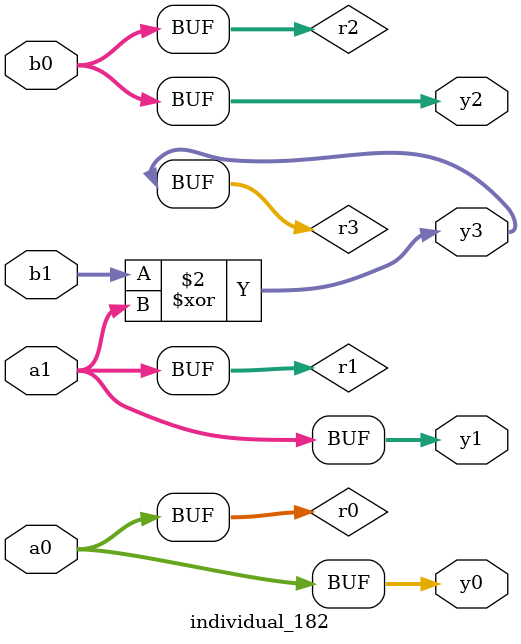
<source format=sv>
module individual_182(input logic [15:0] a1, input logic [15:0] a0, input logic [15:0] b1, input logic [15:0] b0, output logic [15:0] y3, output logic [15:0] y2, output logic [15:0] y1, output logic [15:0] y0);
logic [15:0] r0, r1, r2, r3; 
 always@(*) begin 
	 r0 = a0; r1 = a1; r2 = b0; r3 = b1; 
 	 r3  ^=  a1 ;
 	 y3 = r3; y2 = r2; y1 = r1; y0 = r0; 
end
endmodule
</source>
